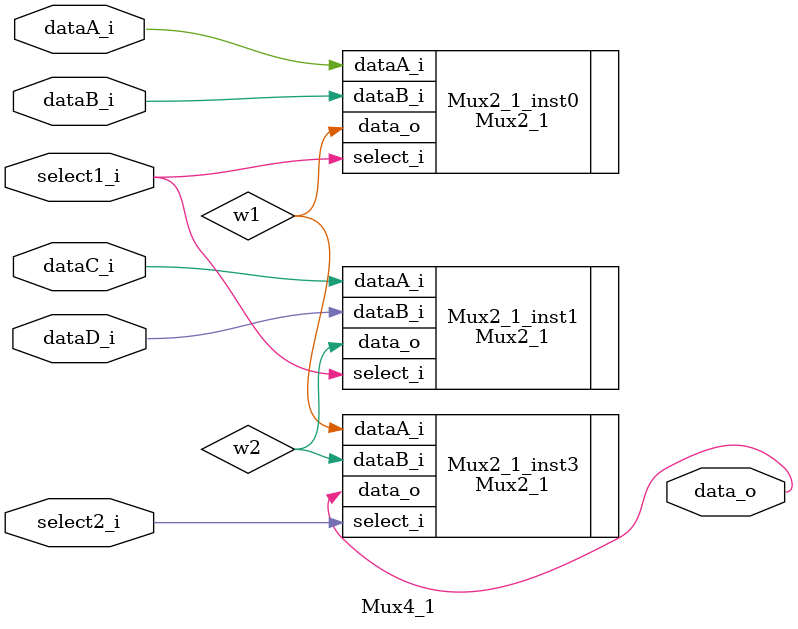
<source format=v>

module Mux4_1(data_o, dataA_i, dataB_i, dataC_i, dataD_i, select1_i, select2_i);
    
    // Declare port type
    input dataA_i, dataB_i, dataC_i, dataD_i, select1_i, select2_i;
    output data_o;

    // Declare data type for ports
    wire data_o, dataA_i, dataB_i, dataC_i, dataD_i, select1_i, select2_i;

    // Internal wires declaration
    wire neg_select_i, w1, w2;

    // Functional Description
    Mux2_1 Mux2_1_inst0(
        .dataA_i(dataA_i),
        .dataB_i(dataB_i),
        .select_i(select1_i),
        .data_o(w1)
    );

    Mux2_1 Mux2_1_inst1(
        .dataA_i(dataC_i),
        .dataB_i(dataD_i),
        .select_i(select1_i),
        .data_o(w2)
    );

    Mux2_1 Mux2_1_inst3(
        .dataA_i(w1),
        .dataB_i(w2),
        .select_i(select2_i),
        .data_o(data_o)
    );

endmodule
</source>
